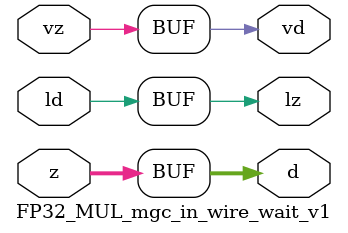
<source format=v>
module FP32_MUL_mgc_in_wire_wait_v1 (ld, vd, d, lz, vz, z);
  parameter integer rscid = 1;
  parameter integer width = 8;
  input ld;
  output vd;
  output [width-1:0] d;
  output lz;
  input vz;
  input [width-1:0] z;
  wire vd;
  wire [width-1:0] d;
  wire lz;
  assign d = z;
  assign lz = ld;
  assign vd = vz;
endmodule
</source>
